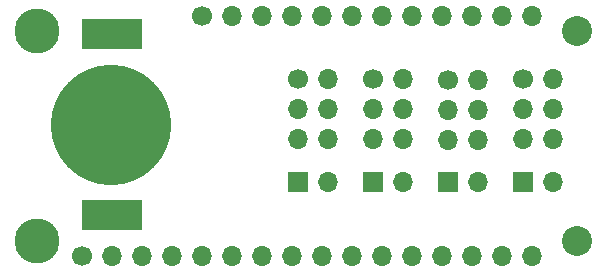
<source format=gbr>
%TF.GenerationSoftware,KiCad,Pcbnew,7.0.2*%
%TF.CreationDate,2023-07-28T16:56:04-04:00*%
%TF.ProjectId,dispocam-hub,64697370-6f63-4616-9d2d-6875622e6b69,rev?*%
%TF.SameCoordinates,Original*%
%TF.FileFunction,Soldermask,Bot*%
%TF.FilePolarity,Negative*%
%FSLAX46Y46*%
G04 Gerber Fmt 4.6, Leading zero omitted, Abs format (unit mm)*
G04 Created by KiCad (PCBNEW 7.0.2) date 2023-07-28 16:56:04*
%MOMM*%
%LPD*%
G01*
G04 APERTURE LIST*
%ADD10C,10.200000*%
%ADD11R,5.100000X2.500000*%
%ADD12O,1.700000X1.700000*%
%ADD13C,1.700000*%
%ADD14C,2.540000*%
%ADD15C,3.810000*%
%ADD16R,1.700000X1.700000*%
G04 APERTURE END LIST*
D10*
%TO.C,BT1*%
X128220000Y-101884000D03*
D11*
X128270000Y-94234000D03*
X128270000Y-109534000D03*
%TD*%
D12*
%TO.C,M1*%
X146553000Y-103124000D03*
X144013000Y-103124000D03*
X146553000Y-100584000D03*
X144013000Y-100584000D03*
X146553000Y-98044000D03*
D13*
X144013000Y-98044000D03*
%TD*%
D12*
%TO.C,M2*%
X152908000Y-103124000D03*
X150368000Y-103124000D03*
X152908000Y-100584000D03*
X150368000Y-100584000D03*
X152908000Y-98044000D03*
D13*
X150368000Y-98044000D03*
%TD*%
D12*
%TO.C,M3*%
X159253000Y-103139000D03*
X156713000Y-103139000D03*
X159253000Y-100599000D03*
X156713000Y-100599000D03*
X159253000Y-98059000D03*
D13*
X156713000Y-98059000D03*
%TD*%
D12*
%TO.C,M4*%
X165608000Y-103124000D03*
X163068000Y-103124000D03*
X165608000Y-100584000D03*
X163068000Y-100584000D03*
X165608000Y-98044000D03*
D13*
X163068000Y-98044000D03*
%TD*%
D12*
%TO.C,J2*%
X163830000Y-92710000D03*
X161290000Y-92710000D03*
X158750000Y-92710000D03*
X156210000Y-92710000D03*
X153670000Y-92710000D03*
X151130000Y-92710000D03*
X148590000Y-92710000D03*
X146050000Y-92710000D03*
X143510000Y-92710000D03*
X140970000Y-92710000D03*
X138430000Y-92710000D03*
D13*
X135890000Y-92710000D03*
%TD*%
%TO.C,J1*%
X125730000Y-113030000D03*
D12*
X128270000Y-113030000D03*
X130810000Y-113030000D03*
X133350000Y-113030000D03*
X135890000Y-113030000D03*
X138430000Y-113030000D03*
X140970000Y-113030000D03*
X143510000Y-113030000D03*
X146050000Y-113030000D03*
X148590000Y-113030000D03*
X151130000Y-113030000D03*
X153670000Y-113030000D03*
X156210000Y-113030000D03*
X158750000Y-113030000D03*
X161290000Y-113030000D03*
X163830000Y-113030000D03*
%TD*%
D14*
%TO.C,H4*%
X167640000Y-111760000D03*
%TD*%
%TO.C,H3*%
X167640000Y-93980000D03*
%TD*%
D15*
%TO.C,H2*%
X121920000Y-93980000D03*
%TD*%
%TO.C,H1*%
X121920000Y-111760000D03*
%TD*%
D16*
%TO.C,SW3*%
X156718000Y-106734000D03*
D12*
X159258000Y-106734000D03*
%TD*%
D16*
%TO.C,SW2*%
X150363000Y-106734000D03*
D12*
X152903000Y-106734000D03*
%TD*%
D16*
%TO.C,SW4*%
X163068000Y-106734000D03*
D12*
X165608000Y-106734000D03*
%TD*%
D16*
%TO.C,SW1*%
X144013000Y-106734000D03*
D12*
X146553000Y-106734000D03*
%TD*%
M02*

</source>
